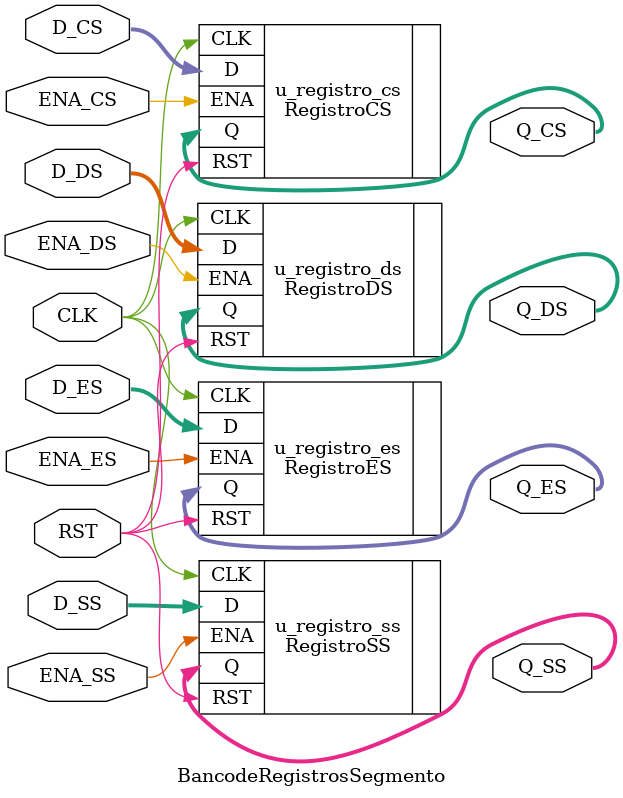
<source format=v>
`timescale 1ns / 1ps


module BancodeRegistrosSegmento (
    input CLK, RST,
    
    // Señales de control
    input ENA_CS,
    input ENA_DS,
    input ENA_ES,
    input ENA_SS,
    
    // Buses de entrada
    input [15:0] D_CS,
    input [15:0] D_DS,
    input [15:0] D_ES,
    input [15:0] D_SS,
    
    // Buses de salida
    output [15:0] Q_CS,
    output [15:0] Q_DS,
    output [15:0] Q_ES,
    output [15:0] Q_SS
);

    // Instanciación de los registros
    RegistroCS u_registro_cs (
        .CLK(CLK),
        .RST(RST),
        .ENA(ENA_CS),
        .D(D_CS),
        .Q(Q_CS)
    );
    
    RegistroDS u_registro_ds (
        .CLK(CLK),
        .RST(RST),
        .ENA(ENA_DS),
        .D(D_DS),
        .Q(Q_DS)
    );
    
    RegistroES u_registro_es (
        .CLK(CLK),
        .RST(RST),
        .ENA(ENA_ES),
        .D(D_ES),
        .Q(Q_ES)
    );
    
    RegistroSS u_registro_ss (
        .CLK(CLK),
        .RST(RST),
        .ENA(ENA_SS),
        .D(D_SS),
        .Q(Q_SS)
    );

endmodule

</source>
